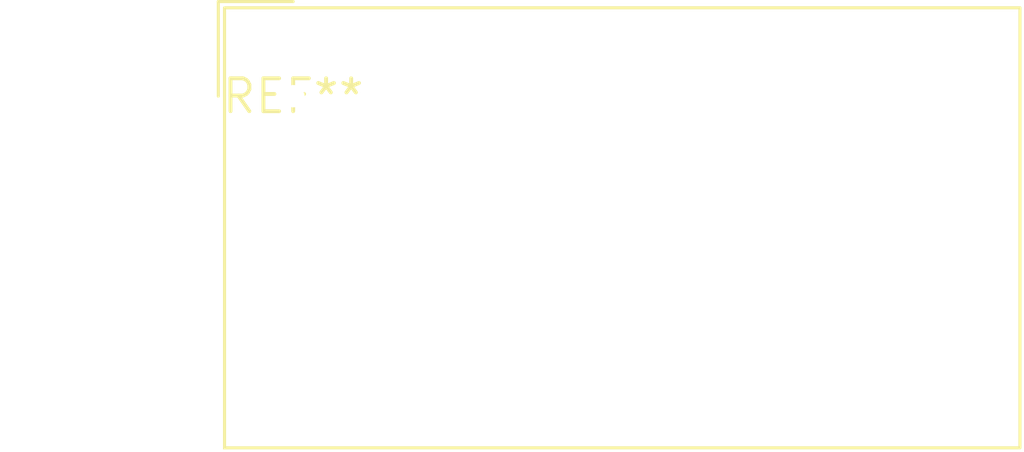
<source format=kicad_pcb>
(kicad_pcb (version 20240108) (generator pcbnew)
  (layers (0 "F.Cu" signal) (31 "B.Cu" signal) (34 "B.Paste" user) (35 "F.Paste" user) (36 "B.SilkS" user "B.Silkscreen") (37 "F.SilkS" user "F.Silkscreen") (38 "B.Mask" user) (39 "F.Mask" user) (44 "Edge.Cuts" user))
  (net 0 "")
  (footprint "Relay_3PST_COTO_3660" (layer "F.Cu") (at 0 0)
    (property "Reference" "REF**")
    (property "Value" "Relay_3PST_COTO_3660")
    (fp_line (start -2.89 -3.652) (end 0 -3.652) (layer "F.SilkS") (stroke (width 0.12)))
    (fp_line (start -2.89 0) (end -2.89 -3.652) (layer "F.SilkS") (stroke (width 0.12)))
    (fp_rect (start -2.65 13.572) (end 28.05 -3.412) (layer "F.SilkS") (stroke (width 0.12)) (fill none))
    (pad "13" thru_hole circle (at 0 5.08 90) (size 1.36 1.36) (drill 0.86) (layers *.Cu *.Mask) (remove_unused_layers))
    (pad "14" thru_hole circle (at 25.4 5.08 90) (size 1.36 1.36) (drill 0.86) (layers *.Cu *.Mask) (remove_unused_layers))
    (pad "23" thru_hole circle (at 0 7.62 90) (size 1.36 1.36) (drill 0.86) (layers *.Cu *.Mask) (remove_unused_layers))
    (pad "24" thru_hole circle (at 25.4 7.62 90) (size 1.36 1.36) (drill 0.86) (layers *.Cu *.Mask) (remove_unused_layers))
    (pad "33" thru_hole circle (at 0 10.16 90) (size 1.36 1.36) (drill 0.86) (layers *.Cu *.Mask) (remove_unused_layers))
    (pad "34" thru_hole circle (at 25.4 10.16 90) (size 1.36 1.36) (drill 0.86) (layers *.Cu *.Mask) (remove_unused_layers))
    (pad "A1" thru_hole rect (at 0 0 90) (size 1.36 1.36) (drill 0.86) (layers *.Cu *.Mask) (remove_unused_layers))
    (pad "A2" thru_hole circle (at 25.4 0 90) (size 1.36 1.36) (drill 0.86) (layers *.Cu *.Mask) (remove_unused_layers))
  )
)
</source>
